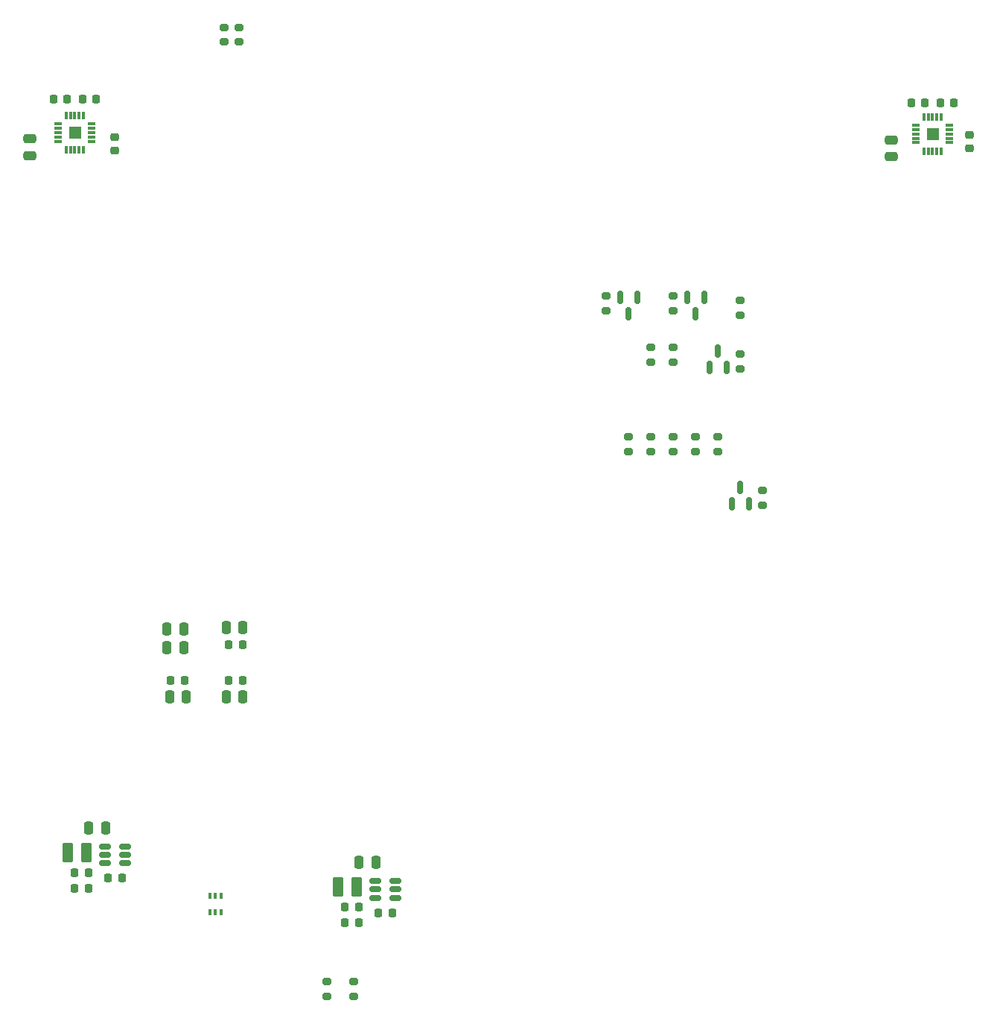
<source format=gbp>
G04 #@! TF.GenerationSoftware,KiCad,Pcbnew,(6.0.9)*
G04 #@! TF.CreationDate,2023-02-20T14:12:10-05:00*
G04 #@! TF.ProjectId,UDuino,55447569-6e6f-42e6-9b69-6361645f7063,rev?*
G04 #@! TF.SameCoordinates,Original*
G04 #@! TF.FileFunction,Paste,Bot*
G04 #@! TF.FilePolarity,Positive*
%FSLAX46Y46*%
G04 Gerber Fmt 4.6, Leading zero omitted, Abs format (unit mm)*
G04 Created by KiCad (PCBNEW (6.0.9)) date 2023-02-20 14:12:10*
%MOMM*%
%LPD*%
G01*
G04 APERTURE LIST*
G04 Aperture macros list*
%AMRoundRect*
0 Rectangle with rounded corners*
0 $1 Rounding radius*
0 $2 $3 $4 $5 $6 $7 $8 $9 X,Y pos of 4 corners*
0 Add a 4 corners polygon primitive as box body*
4,1,4,$2,$3,$4,$5,$6,$7,$8,$9,$2,$3,0*
0 Add four circle primitives for the rounded corners*
1,1,$1+$1,$2,$3*
1,1,$1+$1,$4,$5*
1,1,$1+$1,$6,$7*
1,1,$1+$1,$8,$9*
0 Add four rect primitives between the rounded corners*
20,1,$1+$1,$2,$3,$4,$5,0*
20,1,$1+$1,$4,$5,$6,$7,0*
20,1,$1+$1,$6,$7,$8,$9,0*
20,1,$1+$1,$8,$9,$2,$3,0*%
G04 Aperture macros list end*
%ADD10C,0.010000*%
%ADD11RoundRect,0.225000X-0.225000X-0.250000X0.225000X-0.250000X0.225000X0.250000X-0.225000X0.250000X0*%
%ADD12RoundRect,0.250000X0.250000X0.475000X-0.250000X0.475000X-0.250000X-0.475000X0.250000X-0.475000X0*%
%ADD13RoundRect,0.225000X0.225000X0.250000X-0.225000X0.250000X-0.225000X-0.250000X0.225000X-0.250000X0*%
%ADD14RoundRect,0.250000X-0.250000X-0.475000X0.250000X-0.475000X0.250000X0.475000X-0.250000X0.475000X0*%
%ADD15RoundRect,0.200000X0.275000X-0.200000X0.275000X0.200000X-0.275000X0.200000X-0.275000X-0.200000X0*%
%ADD16RoundRect,0.225000X0.250000X-0.225000X0.250000X0.225000X-0.250000X0.225000X-0.250000X-0.225000X0*%
%ADD17RoundRect,0.200000X-0.275000X0.200000X-0.275000X-0.200000X0.275000X-0.200000X0.275000X0.200000X0*%
%ADD18RoundRect,0.250000X0.375000X0.850000X-0.375000X0.850000X-0.375000X-0.850000X0.375000X-0.850000X0*%
%ADD19RoundRect,0.150000X0.150000X-0.587500X0.150000X0.587500X-0.150000X0.587500X-0.150000X-0.587500X0*%
%ADD20RoundRect,0.150000X-0.150000X0.587500X-0.150000X-0.587500X0.150000X-0.587500X0.150000X0.587500X0*%
%ADD21RoundRect,0.007800X0.422200X0.122200X-0.422200X0.122200X-0.422200X-0.122200X0.422200X-0.122200X0*%
%ADD22RoundRect,0.007800X0.122200X-0.422200X0.122200X0.422200X-0.122200X0.422200X-0.122200X-0.422200X0*%
%ADD23RoundRect,0.150000X0.512500X0.150000X-0.512500X0.150000X-0.512500X-0.150000X0.512500X-0.150000X0*%
%ADD24R,0.400000X0.650000*%
%ADD25RoundRect,0.250000X0.475000X-0.250000X0.475000X0.250000X-0.475000X0.250000X-0.475000X-0.250000X0*%
G04 APERTURE END LIST*
G36*
X11298000Y-19172000D02*
G01*
X10038000Y-19172000D01*
X10038000Y-17912000D01*
X11298000Y-17912000D01*
X11298000Y-19172000D01*
G37*
D10*
X11298000Y-19172000D02*
X10038000Y-19172000D01*
X10038000Y-17912000D01*
X11298000Y-17912000D01*
X11298000Y-19172000D01*
G36*
X108834000Y-19329000D02*
G01*
X107574000Y-19329000D01*
X107574000Y-18069000D01*
X108834000Y-18069000D01*
X108834000Y-19329000D01*
G37*
X108834000Y-19329000D02*
X107574000Y-19329000D01*
X107574000Y-18069000D01*
X108834000Y-18069000D01*
X108834000Y-19329000D01*
D11*
X28181000Y-80772000D03*
X29731000Y-80772000D03*
D12*
X23048000Y-74930000D03*
X21148000Y-74930000D03*
X23048000Y-77089000D03*
X21148000Y-77089000D03*
D11*
X28181000Y-76708000D03*
X29731000Y-76708000D03*
D13*
X23127000Y-80772000D03*
X21577000Y-80772000D03*
D14*
X27879000Y-82677000D03*
X29779000Y-82677000D03*
X27879000Y-74803000D03*
X29779000Y-74803000D03*
D12*
X23368000Y-82677000D03*
X21468000Y-82677000D03*
D11*
X11544000Y-14732000D03*
X13094000Y-14732000D03*
X10655000Y-102616000D03*
X12205000Y-102616000D03*
D15*
X27686000Y-8254000D03*
X27686000Y-6604000D03*
D14*
X12258000Y-97536000D03*
X14158000Y-97536000D03*
D11*
X8242000Y-14732000D03*
X9792000Y-14732000D03*
D14*
X42992000Y-101473000D03*
X44892000Y-101473000D03*
D16*
X112395000Y-20363000D03*
X112395000Y-18813000D03*
D15*
X83820000Y-54768500D03*
X83820000Y-53118500D03*
X29337000Y-8254000D03*
X29337000Y-6604000D03*
D11*
X109080000Y-15143000D03*
X110630000Y-15143000D03*
D13*
X16015000Y-103251000D03*
X14465000Y-103251000D03*
X46749000Y-107188000D03*
X45199000Y-107188000D03*
D17*
X78740000Y-42958500D03*
X78740000Y-44608500D03*
D15*
X71120000Y-38766500D03*
X71120000Y-37116500D03*
D11*
X10655000Y-104394000D03*
X12205000Y-104394000D03*
D18*
X42731000Y-104267000D03*
X40581000Y-104267000D03*
D15*
X76200000Y-54768500D03*
X76200000Y-53118500D03*
D19*
X84770000Y-45229000D03*
X82870000Y-45229000D03*
X83820000Y-43354000D03*
D15*
X78740000Y-54768500D03*
X78740000Y-53118500D03*
D20*
X72710000Y-37258000D03*
X74610000Y-37258000D03*
X73660000Y-39133000D03*
D21*
X12603000Y-17542000D03*
X12603000Y-18042000D03*
X12603000Y-18542000D03*
X12603000Y-19042000D03*
X12603000Y-19542000D03*
D22*
X11668000Y-20477000D03*
X11168000Y-20477000D03*
X10668000Y-20477000D03*
X10168000Y-20477000D03*
X9668000Y-20477000D03*
D21*
X8733000Y-19542000D03*
X8733000Y-19042000D03*
X8733000Y-18542000D03*
X8733000Y-18042000D03*
X8733000Y-17542000D03*
D22*
X9668000Y-16607000D03*
X10168000Y-16607000D03*
X10668000Y-16607000D03*
X11168000Y-16607000D03*
X11668000Y-16607000D03*
D21*
X110139000Y-17699000D03*
X110139000Y-18199000D03*
X110139000Y-18699000D03*
X110139000Y-19199000D03*
X110139000Y-19699000D03*
D22*
X109204000Y-20634000D03*
X108704000Y-20634000D03*
X108204000Y-20634000D03*
X107704000Y-20634000D03*
X107204000Y-20634000D03*
D21*
X106269000Y-19699000D03*
X106269000Y-19199000D03*
X106269000Y-18699000D03*
X106269000Y-18199000D03*
X106269000Y-17699000D03*
D22*
X107204000Y-16764000D03*
X107704000Y-16764000D03*
X108204000Y-16764000D03*
X108704000Y-16764000D03*
X109204000Y-16764000D03*
D23*
X47111500Y-103571000D03*
X47111500Y-104521000D03*
X47111500Y-105471000D03*
X44836500Y-105471000D03*
X44836500Y-104521000D03*
X44836500Y-103571000D03*
D24*
X27320000Y-107122000D03*
X26670000Y-107122000D03*
X26020000Y-107122000D03*
X26020000Y-105222000D03*
X26670000Y-105222000D03*
X27320000Y-105222000D03*
D15*
X78740000Y-38766500D03*
X78740000Y-37116500D03*
D11*
X41389000Y-106553000D03*
X42939000Y-106553000D03*
D25*
X103505000Y-21300000D03*
X103505000Y-19400000D03*
D23*
X16377500Y-99634000D03*
X16377500Y-100584000D03*
X16377500Y-101534000D03*
X14102500Y-101534000D03*
X14102500Y-100584000D03*
X14102500Y-99634000D03*
D17*
X88900000Y-59214500D03*
X88900000Y-60864500D03*
D15*
X42418000Y-116649000D03*
X42418000Y-114999000D03*
D17*
X76200000Y-42958500D03*
X76200000Y-44608500D03*
D19*
X87310000Y-60723000D03*
X85410000Y-60723000D03*
X86360000Y-58848000D03*
D11*
X105778000Y-15143000D03*
X107328000Y-15143000D03*
D15*
X73660000Y-54768500D03*
X73660000Y-53118500D03*
D17*
X86360000Y-43720500D03*
X86360000Y-45370500D03*
D15*
X81280000Y-54768500D03*
X81280000Y-53118500D03*
D16*
X15240000Y-20587000D03*
X15240000Y-19037000D03*
D15*
X86360000Y-39274500D03*
X86360000Y-37624500D03*
D17*
X39370000Y-114999000D03*
X39370000Y-116649000D03*
D18*
X11997000Y-100330000D03*
X9847000Y-100330000D03*
D25*
X5588000Y-21143000D03*
X5588000Y-19243000D03*
D11*
X41389000Y-108331000D03*
X42939000Y-108331000D03*
D20*
X80330000Y-37258000D03*
X82230000Y-37258000D03*
X81280000Y-39133000D03*
M02*

</source>
